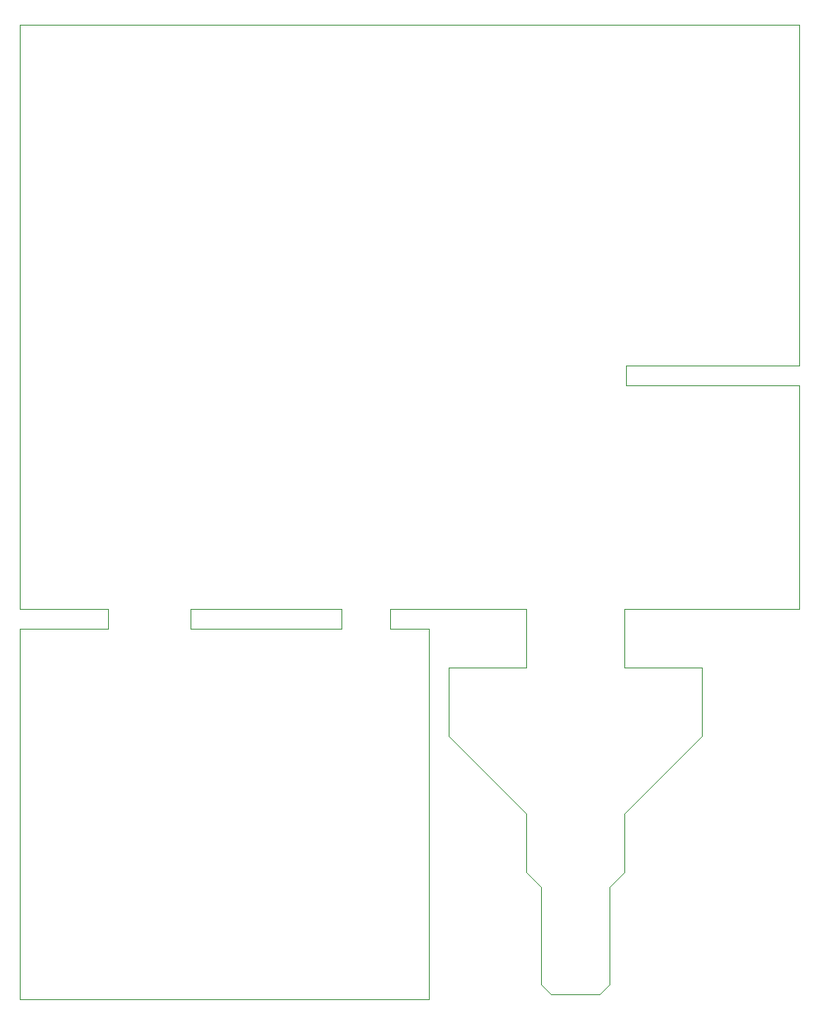
<source format=gm1>
G04 Layer_Color=16711935*
%FSLAX25Y25*%
%MOIN*%
G70*
G01*
G75*
%ADD94C,0.00394*%
D94*
X245000Y-145669D02*
X314961D01*
X245000D02*
Y-137795D01*
X314961D01*
X0Y-393701D02*
Y-244094D01*
Y-3937D02*
Y0D01*
X314961D01*
X0Y-236221D02*
Y-3937D01*
X149606Y-244094D02*
Y-236221D01*
X129921Y-244094D02*
Y-236221D01*
X35433Y-244094D02*
Y-236221D01*
X68898Y-244094D02*
Y-236221D01*
X0D02*
X35433D01*
X68898D02*
X129921D01*
X0Y-244094D02*
X35433D01*
X68898D02*
X129921D01*
X149606D02*
X165354D01*
Y-393701D02*
Y-244094D01*
X0Y-393701D02*
X165354D01*
X204724Y-259842D02*
Y-251969D01*
X173228Y-259842D02*
X204724D01*
Y-251969D02*
Y-236221D01*
X244094Y-259842D02*
Y-236221D01*
Y-259842D02*
X275590D01*
X204724Y-342520D02*
Y-334646D01*
Y-342520D02*
X210630Y-348425D01*
Y-387795D02*
Y-348425D01*
Y-387795D02*
X210630D01*
X238189Y-348425D02*
X244094Y-342520D01*
X173228Y-287402D02*
X200787Y-314961D01*
X173228Y-287402D02*
Y-259842D01*
X275590Y-287402D02*
Y-259842D01*
X244094Y-342520D02*
Y-318898D01*
X275590Y-287402D01*
X200787Y-314961D02*
X204724Y-318898D01*
Y-334646D02*
Y-318898D01*
X210630Y-387795D02*
X214567Y-391732D01*
X234252D01*
X235236Y-390748D02*
X237205Y-388779D01*
X238189Y-387795D02*
Y-348425D01*
X234252Y-391732D02*
X235236Y-390748D01*
X237205Y-388779D02*
X238189Y-387795D01*
X149606Y-236221D02*
X204724D01*
X244094D02*
X314961D01*
Y-145669D01*
Y-137795D02*
Y0D01*
M02*

</source>
